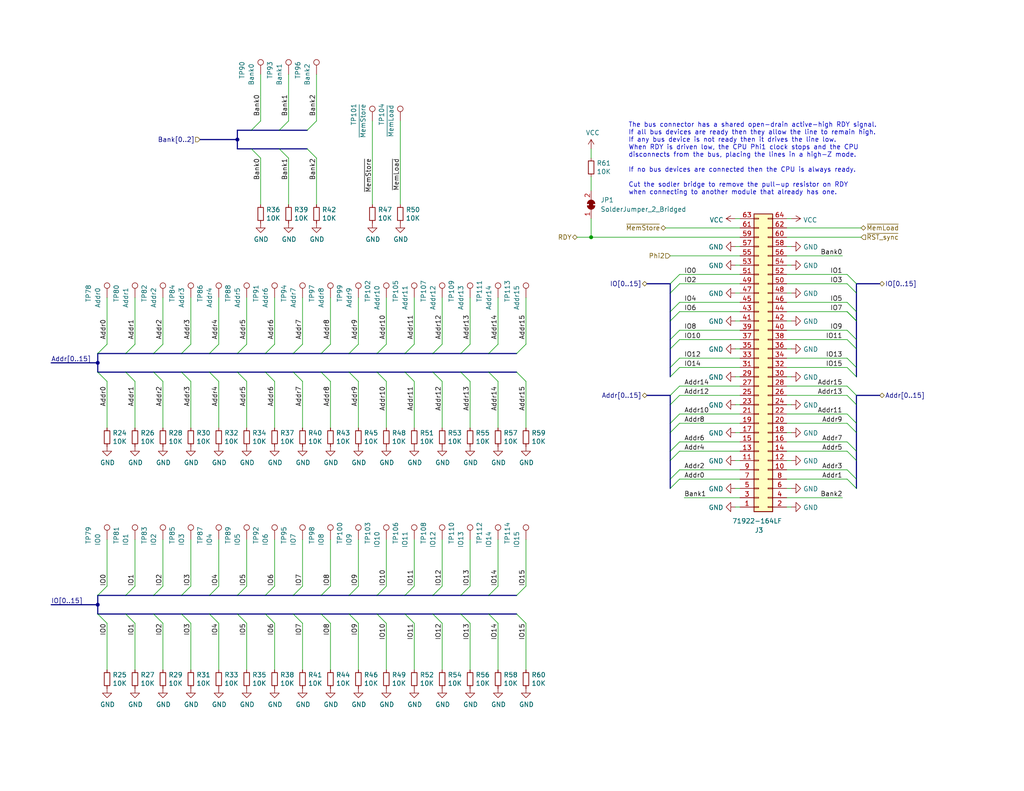
<source format=kicad_sch>
(kicad_sch (version 20230121) (generator eeschema)
  (paper "USLetter")
  (title_block (title "System Bus Connector") (date "2022-09-25") (rev "C") (comment 4 "Peripheral devices on separate boards connect to the system bus here."))
  (junction (at 161.29 64.77))
  (junction (at 26.67 165.1))
  (junction (at 64.77 38.1))
  (junction (at 26.67 99.06))
  (bus_entry (at 86.36 43.18) (size -2.54 -2.54))
  (bus_entry (at 128.27 160.02) (size -2.54 2.54))
  (bus_entry (at 59.69 160.02) (size -2.54 2.54))
  (bus_entry (at 135.89 170.18) (size -2.54 -2.54))
  (bus_entry (at 185.42 97.79) (size -2.54 2.54))
  (bus_entry (at 231.14 74.93) (size 2.54 2.54))
  (bus_entry (at 71.12 43.18) (size -2.54 -2.54))
  (bus_entry (at 233.68 125.73) (size -2.54 -2.54))
  (bus_entry (at 185.42 105.41) (size -2.54 2.54))
  (bus_entry (at 78.74 33.02) (size -2.54 2.54))
  (bus_entry (at 90.17 93.98) (size -2.54 2.54))
  (bus_entry (at 233.68 115.57) (size -2.54 -2.54))
  (bus_entry (at 185.42 77.47) (size -2.54 2.54))
  (bus_entry (at 185.42 128.27) (size -2.54 2.54))
  (bus_entry (at 82.55 104.14) (size -2.54 -2.54))
  (bus_entry (at 82.55 93.98) (size -2.54 2.54))
  (bus_entry (at 135.89 93.98) (size -2.54 2.54))
  (bus_entry (at 105.41 160.02) (size -2.54 2.54))
  (bus_entry (at 52.07 170.18) (size -2.54 -2.54))
  (bus_entry (at 36.83 104.14) (size -2.54 -2.54))
  (bus_entry (at 90.17 160.02) (size -2.54 2.54))
  (bus_entry (at 29.21 104.14) (size -2.54 -2.54))
  (bus_entry (at 233.68 118.11) (size -2.54 -2.54))
  (bus_entry (at 97.79 104.14) (size -2.54 -2.54))
  (bus_entry (at 78.74 43.18) (size -2.54 -2.54))
  (bus_entry (at 113.03 160.02) (size -2.54 2.54))
  (bus_entry (at 135.89 104.14) (size -2.54 -2.54))
  (bus_entry (at 97.79 170.18) (size -2.54 -2.54))
  (bus_entry (at 231.14 85.09) (size 2.54 2.54))
  (bus_entry (at 52.07 104.14) (size -2.54 -2.54))
  (bus_entry (at 67.31 160.02) (size -2.54 2.54))
  (bus_entry (at 44.45 104.14) (size -2.54 -2.54))
  (bus_entry (at 44.45 93.98) (size -2.54 2.54))
  (bus_entry (at 67.31 93.98) (size -2.54 2.54))
  (bus_entry (at 97.79 93.98) (size -2.54 2.54))
  (bus_entry (at 29.21 93.98) (size -2.54 2.54))
  (bus_entry (at 113.03 170.18) (size -2.54 -2.54))
  (bus_entry (at 44.45 160.02) (size -2.54 2.54))
  (bus_entry (at 185.42 82.55) (size -2.54 2.54))
  (bus_entry (at 128.27 104.14) (size -2.54 -2.54))
  (bus_entry (at 29.21 160.02) (size -2.54 2.54))
  (bus_entry (at 71.12 33.02) (size -2.54 2.54))
  (bus_entry (at 233.68 130.81) (size -2.54 -2.54))
  (bus_entry (at 231.14 85.09) (size 2.54 2.54))
  (bus_entry (at 233.68 110.49) (size -2.54 -2.54))
  (bus_entry (at 36.83 160.02) (size -2.54 2.54))
  (bus_entry (at 231.14 97.79) (size 2.54 2.54))
  (bus_entry (at 185.42 130.81) (size -2.54 2.54))
  (bus_entry (at 74.93 93.98) (size -2.54 2.54))
  (bus_entry (at 185.42 107.95) (size -2.54 2.54))
  (bus_entry (at 143.51 160.02) (size -2.54 2.54))
  (bus_entry (at 59.69 104.14) (size -2.54 -2.54))
  (bus_entry (at 185.42 100.33) (size -2.54 2.54))
  (bus_entry (at 231.14 82.55) (size 2.54 2.54))
  (bus_entry (at 52.07 93.98) (size -2.54 2.54))
  (bus_entry (at 143.51 93.98) (size -2.54 2.54))
  (bus_entry (at 120.65 160.02) (size -2.54 2.54))
  (bus_entry (at 231.14 90.17) (size 2.54 2.54))
  (bus_entry (at 185.42 113.03) (size -2.54 2.54))
  (bus_entry (at 185.42 92.71) (size -2.54 2.54))
  (bus_entry (at 59.69 93.98) (size -2.54 2.54))
  (bus_entry (at 97.79 160.02) (size -2.54 2.54))
  (bus_entry (at 143.51 170.18) (size -2.54 -2.54))
  (bus_entry (at 185.42 120.65) (size -2.54 2.54))
  (bus_entry (at 74.93 104.14) (size -2.54 -2.54))
  (bus_entry (at 90.17 170.18) (size -2.54 -2.54))
  (bus_entry (at 86.36 33.02) (size -2.54 2.54))
  (bus_entry (at 105.41 104.14) (size -2.54 -2.54))
  (bus_entry (at 233.68 133.35) (size -2.54 -2.54))
  (bus_entry (at 82.55 170.18) (size -2.54 -2.54))
  (bus_entry (at 82.55 160.02) (size -2.54 2.54))
  (bus_entry (at 67.31 104.14) (size -2.54 -2.54))
  (bus_entry (at 128.27 170.18) (size -2.54 -2.54))
  (bus_entry (at 59.69 170.18) (size -2.54 -2.54))
  (bus_entry (at 120.65 104.14) (size -2.54 -2.54))
  (bus_entry (at 231.14 100.33) (size 2.54 2.54))
  (bus_entry (at 44.45 170.18) (size -2.54 -2.54))
  (bus_entry (at 233.68 107.95) (size -2.54 -2.54))
  (bus_entry (at 105.41 170.18) (size -2.54 -2.54))
  (bus_entry (at 185.42 90.17) (size -2.54 2.54))
  (bus_entry (at 231.14 77.47) (size 2.54 2.54))
  (bus_entry (at 185.42 123.19) (size -2.54 2.54))
  (bus_entry (at 185.42 115.57) (size -2.54 2.54))
  (bus_entry (at 231.14 92.71) (size 2.54 2.54))
  (bus_entry (at 135.89 160.02) (size -2.54 2.54))
  (bus_entry (at 233.68 123.19) (size -2.54 -2.54))
  (bus_entry (at 52.07 160.02) (size -2.54 2.54))
  (bus_entry (at 67.31 170.18) (size -2.54 -2.54))
  (bus_entry (at 74.93 160.02) (size -2.54 2.54))
  (bus_entry (at 113.03 104.14) (size -2.54 -2.54))
  (bus_entry (at 128.27 93.98) (size -2.54 2.54))
  (bus_entry (at 36.83 170.18) (size -2.54 -2.54))
  (bus_entry (at 90.17 104.14) (size -2.54 -2.54))
  (bus_entry (at 29.21 170.18) (size -2.54 -2.54))
  (bus_entry (at 185.42 85.09) (size -2.54 2.54))
  (bus_entry (at 120.65 93.98) (size -2.54 2.54))
  (bus_entry (at 105.41 93.98) (size -2.54 2.54))
  (bus_entry (at 36.83 93.98) (size -2.54 2.54))
  (bus_entry (at 113.03 93.98) (size -2.54 2.54))
  (bus_entry (at 185.42 74.93) (size -2.54 2.54))
  (bus_entry (at 143.51 104.14) (size -2.54 -2.54))
  (bus_entry (at 120.65 170.18) (size -2.54 -2.54))
  (bus_entry (at 74.93 170.18) (size -2.54 -2.54))
  (bus (pts (xy 102.87 167.64) (xy 110.49 167.64)))
  (bus (pts (xy 57.15 162.56) (xy 64.77 162.56)))
  (bus (pts (xy 110.49 101.6) (xy 118.11 101.6)))
  (wire (pts (xy 185.42 113.03) (xy 201.93 113.03)))
  (bus (pts (xy 233.68 125.73) (xy 233.68 130.81)))
  (wire (pts (xy 215.9 95.25) (xy 214.63 95.25)))
  (bus (pts (xy 182.88 80.01) (xy 182.88 85.09)))
  (wire (pts (xy 214.63 100.33) (xy 231.14 100.33)))
  (wire (pts (xy 113.03 93.98) (xy 113.03 81.28)))
  (wire (pts (xy 214.63 97.79) (xy 231.14 97.79)))
  (bus (pts (xy 182.88 92.71) (xy 182.88 95.25)))
  (wire (pts (xy 231.14 120.65) (xy 214.63 120.65)))
  (bus (pts (xy 54.61 38.1) (xy 64.77 38.1)))
  (wire (pts (xy 59.69 104.14) (xy 59.69 116.84)))
  (bus (pts (xy 26.67 167.64) (xy 34.29 167.64)))
  (wire (pts (xy 186.69 135.89) (xy 201.93 135.89)))
  (bus (pts (xy 87.63 167.64) (xy 95.25 167.64)))
  (bus (pts (xy 133.35 96.52) (xy 140.97 96.52)))
  (bus (pts (xy 68.58 35.56) (xy 64.77 35.56)))
  (wire (pts (xy 97.79 160.02) (xy 97.79 147.32)))
  (bus (pts (xy 182.88 115.57) (xy 182.88 118.11)))
  (bus (pts (xy 233.68 107.95) (xy 233.68 110.49)))
  (bus (pts (xy 64.77 96.52) (xy 72.39 96.52)))
  (wire (pts (xy 71.12 43.18) (xy 71.12 55.88)))
  (bus (pts (xy 26.67 101.6) (xy 26.67 99.06)))
  (wire (pts (xy 135.89 160.02) (xy 135.89 147.32)))
  (bus (pts (xy 118.11 101.6) (xy 125.73 101.6)))
  (wire (pts (xy 101.6 33.02) (xy 101.6 55.88)))
  (wire (pts (xy 185.42 77.47) (xy 201.93 77.47)))
  (wire (pts (xy 161.29 48.26) (xy 161.29 52.07)))
  (wire (pts (xy 113.03 104.14) (xy 113.03 116.84)))
  (bus (pts (xy 233.68 130.81) (xy 233.68 133.35)))
  (bus (pts (xy 64.77 35.56) (xy 64.77 38.1)))
  (wire (pts (xy 90.17 160.02) (xy 90.17 147.32)))
  (wire (pts (xy 200.66 59.69) (xy 201.93 59.69)))
  (bus (pts (xy 233.68 118.11) (xy 233.68 123.19)))
  (wire (pts (xy 97.79 170.18) (xy 97.79 182.88)))
  (bus (pts (xy 80.01 96.52) (xy 87.63 96.52)))
  (wire (pts (xy 82.55 160.02) (xy 82.55 147.32)))
  (wire (pts (xy 161.29 40.64) (xy 161.29 43.18)))
  (bus (pts (xy 80.01 167.64) (xy 87.63 167.64)))
  (bus (pts (xy 182.88 130.81) (xy 182.88 133.35)))
  (wire (pts (xy 215.9 118.11) (xy 214.63 118.11)))
  (wire (pts (xy 90.17 93.98) (xy 90.17 81.28)))
  (wire (pts (xy 105.41 160.02) (xy 105.41 147.32)))
  (bus (pts (xy 64.77 38.1) (xy 64.77 40.64)))
  (bus (pts (xy 41.91 101.6) (xy 49.53 101.6)))
  (bus (pts (xy 41.91 96.52) (xy 49.53 96.52)))
  (bus (pts (xy 49.53 167.64) (xy 57.15 167.64)))
  (wire (pts (xy 185.42 115.57) (xy 201.93 115.57)))
  (bus (pts (xy 49.53 162.56) (xy 57.15 162.56)))
  (bus (pts (xy 240.03 107.95) (xy 233.68 107.95)))
  (wire (pts (xy 185.42 92.71) (xy 201.93 92.71)))
  (wire (pts (xy 128.27 160.02) (xy 128.27 147.32)))
  (wire (pts (xy 90.17 104.14) (xy 90.17 116.84)))
  (wire (pts (xy 200.66 125.73) (xy 201.93 125.73)))
  (bus (pts (xy 76.2 40.64) (xy 83.82 40.64)))
  (wire (pts (xy 200.66 110.49) (xy 201.93 110.49)))
  (wire (pts (xy 185.42 97.79) (xy 201.93 97.79)))
  (wire (pts (xy 185.42 82.55) (xy 201.93 82.55)))
  (bus (pts (xy 26.67 99.06) (xy 26.67 96.52)))
  (wire (pts (xy 185.42 74.93) (xy 201.93 74.93)))
  (bus (pts (xy 240.03 77.47) (xy 233.68 77.47)))
  (bus (pts (xy 182.88 87.63) (xy 182.88 92.71)))
  (wire (pts (xy 120.65 93.98) (xy 120.65 81.28)))
  (wire (pts (xy 29.21 160.02) (xy 29.21 147.32)))
  (bus (pts (xy 80.01 162.56) (xy 87.63 162.56)))
  (bus (pts (xy 233.68 92.71) (xy 233.68 95.25)))
  (wire (pts (xy 74.93 170.18) (xy 74.93 182.88)))
  (wire (pts (xy 29.21 170.18) (xy 29.21 182.88)))
  (bus (pts (xy 182.88 85.09) (xy 182.88 87.63)))
  (bus (pts (xy 182.88 125.73) (xy 182.88 130.81)))
  (bus (pts (xy 102.87 162.56) (xy 110.49 162.56)))
  (wire (pts (xy 97.79 104.14) (xy 97.79 116.84)))
  (wire (pts (xy 52.07 170.18) (xy 52.07 182.88)))
  (bus (pts (xy 176.53 107.95) (xy 182.88 107.95)))
  (bus (pts (xy 95.25 96.52) (xy 102.87 96.52)))
  (bus (pts (xy 57.15 96.52) (xy 64.77 96.52)))
  (bus (pts (xy 125.73 167.64) (xy 133.35 167.64)))
  (wire (pts (xy 44.45 160.02) (xy 44.45 147.32)))
  (wire (pts (xy 182.88 69.85) (xy 201.93 69.85)))
  (wire (pts (xy 128.27 104.14) (xy 128.27 116.84)))
  (wire (pts (xy 231.14 130.81) (xy 214.63 130.81)))
  (wire (pts (xy 201.93 120.65) (xy 185.42 120.65)))
  (wire (pts (xy 200.66 138.43) (xy 201.93 138.43)))
  (wire (pts (xy 200.66 118.11) (xy 201.93 118.11)))
  (wire (pts (xy 44.45 170.18) (xy 44.45 182.88)))
  (wire (pts (xy 200.66 80.01) (xy 201.93 80.01)))
  (bus (pts (xy 64.77 162.56) (xy 72.39 162.56)))
  (bus (pts (xy 233.68 95.25) (xy 233.68 100.33)))
  (wire (pts (xy 67.31 160.02) (xy 67.31 147.32)))
  (wire (pts (xy 214.63 113.03) (xy 231.14 113.03)))
  (wire (pts (xy 52.07 160.02) (xy 52.07 147.32)))
  (wire (pts (xy 82.55 170.18) (xy 82.55 182.88)))
  (bus (pts (xy 118.11 167.64) (xy 125.73 167.64)))
  (wire (pts (xy 157.48 64.77) (xy 161.29 64.77)))
  (bus (pts (xy 182.88 95.25) (xy 182.88 100.33)))
  (wire (pts (xy 143.51 160.02) (xy 143.51 147.32)))
  (bus (pts (xy 13.97 165.1) (xy 26.67 165.1)))
  (wire (pts (xy 215.9 102.87) (xy 214.63 102.87)))
  (bus (pts (xy 233.68 115.57) (xy 233.68 118.11)))
  (bus (pts (xy 57.15 167.64) (xy 64.77 167.64)))
  (wire (pts (xy 215.9 80.01) (xy 214.63 80.01)))
  (wire (pts (xy 214.63 123.19) (xy 231.14 123.19)))
  (wire (pts (xy 200.66 95.25) (xy 201.93 95.25)))
  (bus (pts (xy 26.67 96.52) (xy 34.29 96.52)))
  (bus (pts (xy 34.29 162.56) (xy 41.91 162.56)))
  (bus (pts (xy 233.68 110.49) (xy 233.68 115.57)))
  (bus (pts (xy 176.53 77.47) (xy 182.88 77.47)))
  (bus (pts (xy 125.73 96.52) (xy 133.35 96.52)))
  (wire (pts (xy 231.14 105.41) (xy 214.63 105.41)))
  (wire (pts (xy 113.03 170.18) (xy 113.03 182.88)))
  (wire (pts (xy 36.83 160.02) (xy 36.83 147.32)))
  (wire (pts (xy 185.42 105.41) (xy 201.93 105.41)))
  (wire (pts (xy 214.63 85.09) (xy 231.14 85.09)))
  (wire (pts (xy 200.66 133.35) (xy 201.93 133.35)))
  (bus (pts (xy 26.67 101.6) (xy 34.29 101.6)))
  (wire (pts (xy 231.14 128.27) (xy 214.63 128.27)))
  (bus (pts (xy 95.25 167.64) (xy 102.87 167.64)))
  (wire (pts (xy 214.63 90.17) (xy 231.14 90.17)))
  (wire (pts (xy 120.65 170.18) (xy 120.65 182.88)))
  (bus (pts (xy 182.88 107.95) (xy 182.88 110.49)))
  (bus (pts (xy 76.2 35.56) (xy 68.58 35.56)))
  (wire (pts (xy 231.14 107.95) (xy 214.63 107.95)))
  (wire (pts (xy 59.69 170.18) (xy 59.69 182.88)))
  (wire (pts (xy 185.42 90.17) (xy 201.93 90.17)))
  (wire (pts (xy 67.31 170.18) (xy 67.31 182.88)))
  (bus (pts (xy 72.39 96.52) (xy 80.01 96.52)))
  (bus (pts (xy 110.49 162.56) (xy 118.11 162.56)))
  (bus (pts (xy 110.49 167.64) (xy 118.11 167.64)))
  (wire (pts (xy 78.74 43.18) (xy 78.74 55.88)))
  (wire (pts (xy 214.63 59.69) (xy 215.9 59.69)))
  (bus (pts (xy 87.63 96.52) (xy 95.25 96.52)))
  (wire (pts (xy 231.14 74.93) (xy 214.63 74.93)))
  (wire (pts (xy 105.41 104.14) (xy 105.41 116.84)))
  (wire (pts (xy 82.55 104.14) (xy 82.55 116.84)))
  (wire (pts (xy 74.93 104.14) (xy 74.93 116.84)))
  (wire (pts (xy 200.66 67.31) (xy 201.93 67.31)))
  (wire (pts (xy 185.42 128.27) (xy 201.93 128.27)))
  (bus (pts (xy 49.53 96.52) (xy 57.15 96.52)))
  (bus (pts (xy 13.97 99.06) (xy 26.67 99.06)))
  (wire (pts (xy 181.61 62.23) (xy 201.93 62.23)))
  (bus (pts (xy 83.82 35.56) (xy 76.2 35.56)))
  (wire (pts (xy 215.9 67.31) (xy 214.63 67.31)))
  (bus (pts (xy 233.68 100.33) (xy 233.68 102.87)))
  (wire (pts (xy 36.83 170.18) (xy 36.83 182.88)))
  (wire (pts (xy 214.63 92.71) (xy 231.14 92.71)))
  (bus (pts (xy 34.29 167.64) (xy 41.91 167.64)))
  (wire (pts (xy 135.89 104.14) (xy 135.89 116.84)))
  (wire (pts (xy 143.51 104.14) (xy 143.51 116.84)))
  (bus (pts (xy 72.39 162.56) (xy 80.01 162.56)))
  (wire (pts (xy 200.66 87.63) (xy 201.93 87.63)))
  (wire (pts (xy 215.9 87.63) (xy 214.63 87.63)))
  (wire (pts (xy 59.69 160.02) (xy 59.69 147.32)))
  (bus (pts (xy 26.67 167.64) (xy 26.67 165.1)))
  (bus (pts (xy 118.11 96.52) (xy 125.73 96.52)))
  (wire (pts (xy 201.93 130.81) (xy 185.42 130.81)))
  (bus (pts (xy 233.68 77.47) (xy 233.68 80.01)))
  (wire (pts (xy 82.55 93.98) (xy 82.55 81.28)))
  (bus (pts (xy 118.11 162.56) (xy 125.73 162.56)))
  (bus (pts (xy 182.88 100.33) (xy 182.88 102.87)))
  (wire (pts (xy 71.12 33.02) (xy 71.12 20.32)))
  (bus (pts (xy 133.35 167.64) (xy 140.97 167.64)))
  (wire (pts (xy 36.83 104.14) (xy 36.83 116.84)))
  (bus (pts (xy 34.29 101.6) (xy 41.91 101.6)))
  (wire (pts (xy 97.79 93.98) (xy 97.79 81.28)))
  (wire (pts (xy 143.51 93.98) (xy 143.51 81.28)))
  (bus (pts (xy 72.39 101.6) (xy 80.01 101.6)))
  (wire (pts (xy 128.27 170.18) (xy 128.27 182.88)))
  (wire (pts (xy 128.27 93.98) (xy 128.27 81.28)))
  (bus (pts (xy 34.29 96.52) (xy 41.91 96.52)))
  (wire (pts (xy 214.63 64.77) (xy 234.95 64.77)))
  (bus (pts (xy 102.87 96.52) (xy 110.49 96.52)))
  (wire (pts (xy 113.03 160.02) (xy 113.03 147.32)))
  (bus (pts (xy 64.77 101.6) (xy 72.39 101.6)))
  (bus (pts (xy 182.88 110.49) (xy 182.88 115.57)))
  (bus (pts (xy 87.63 101.6) (xy 95.25 101.6)))
  (bus (pts (xy 133.35 162.56) (xy 140.97 162.56)))
  (wire (pts (xy 67.31 104.14) (xy 67.31 116.84)))
  (wire (pts (xy 120.65 160.02) (xy 120.65 147.32)))
  (wire (pts (xy 234.95 62.23) (xy 214.63 62.23)))
  (bus (pts (xy 125.73 101.6) (xy 133.35 101.6)))
  (wire (pts (xy 44.45 93.98) (xy 44.45 81.28)))
  (wire (pts (xy 215.9 125.73) (xy 214.63 125.73)))
  (bus (pts (xy 110.49 96.52) (xy 118.11 96.52)))
  (wire (pts (xy 200.66 102.87) (xy 201.93 102.87)))
  (wire (pts (xy 185.42 123.19) (xy 201.93 123.19)))
  (bus (pts (xy 41.91 167.64) (xy 49.53 167.64)))
  (wire (pts (xy 201.93 107.95) (xy 185.42 107.95)))
  (bus (pts (xy 233.68 87.63) (xy 233.68 92.71)))
  (bus (pts (xy 49.53 101.6) (xy 57.15 101.6)))
  (bus (pts (xy 72.39 167.64) (xy 80.01 167.64)))
  (bus (pts (xy 57.15 101.6) (xy 64.77 101.6)))
  (wire (pts (xy 74.93 93.98) (xy 74.93 81.28)))
  (bus (pts (xy 233.68 85.09) (xy 233.68 87.63)))
  (bus (pts (xy 233.68 80.01) (xy 233.68 85.09)))
  (bus (pts (xy 26.67 165.1) (xy 26.67 162.56)))
  (wire (pts (xy 86.36 43.18) (xy 86.36 55.88)))
  (wire (pts (xy 231.14 115.57) (xy 214.63 115.57)))
  (bus (pts (xy 102.87 101.6) (xy 110.49 101.6)))
  (bus (pts (xy 64.77 167.64) (xy 72.39 167.64)))
  (wire (pts (xy 135.89 170.18) (xy 135.89 182.88)))
  (bus (pts (xy 133.35 101.6) (xy 140.97 101.6)))
  (bus (pts (xy 80.01 101.6) (xy 87.63 101.6)))
  (wire (pts (xy 143.51 170.18) (xy 143.51 182.88)))
  (bus (pts (xy 95.25 101.6) (xy 102.87 101.6)))
  (wire (pts (xy 36.83 93.98) (xy 36.83 81.28)))
  (wire (pts (xy 215.9 72.39) (xy 214.63 72.39)))
  (wire (pts (xy 185.42 100.33) (xy 201.93 100.33)))
  (wire (pts (xy 214.63 82.55) (xy 231.14 82.55)))
  (wire (pts (xy 215.9 138.43) (xy 214.63 138.43)))
  (wire (pts (xy 44.45 104.14) (xy 44.45 116.84)))
  (bus (pts (xy 41.91 162.56) (xy 49.53 162.56)))
  (wire (pts (xy 109.22 33.02) (xy 109.22 55.88)))
  (wire (pts (xy 231.14 77.47) (xy 214.63 77.47)))
  (wire (pts (xy 105.41 93.98) (xy 105.41 81.28)))
  (wire (pts (xy 120.65 104.14) (xy 120.65 116.84)))
  (wire (pts (xy 135.89 93.98) (xy 135.89 81.28)))
  (wire (pts (xy 67.31 93.98) (xy 67.31 81.28)))
  (bus (pts (xy 26.67 162.56) (xy 34.29 162.56)))
  (wire (pts (xy 29.21 93.98) (xy 29.21 81.28)))
  (wire (pts (xy 52.07 93.98) (xy 52.07 81.28)))
  (wire (pts (xy 105.41 170.18) (xy 105.41 182.88)))
  (bus (pts (xy 182.88 118.11) (xy 182.88 123.19)))
  (wire (pts (xy 86.36 33.02) (xy 86.36 20.32)))
  (wire (pts (xy 185.42 85.09) (xy 201.93 85.09)))
  (wire (pts (xy 161.29 64.77) (xy 201.93 64.77)))
  (wire (pts (xy 90.17 170.18) (xy 90.17 182.88)))
  (bus (pts (xy 95.25 162.56) (xy 102.87 162.56)))
  (bus (pts (xy 87.63 162.56) (xy 95.25 162.56)))
  (bus (pts (xy 68.58 40.64) (xy 76.2 40.64)))
  (wire (pts (xy 161.29 59.69) (xy 161.29 64.77)))
  (bus (pts (xy 125.73 162.56) (xy 133.35 162.56)))
  (wire (pts (xy 52.07 104.14) (xy 52.07 116.84)))
  (wire (pts (xy 215.9 133.35) (xy 214.63 133.35)))
  (wire (pts (xy 29.21 104.14) (xy 29.21 116.84)))
  (wire (pts (xy 215.9 110.49) (xy 214.63 110.49)))
  (wire (pts (xy 78.74 33.02) (xy 78.74 20.32)))
  (wire (pts (xy 229.87 135.89) (xy 214.63 135.89)))
  (wire (pts (xy 59.69 93.98) (xy 59.69 81.28)))
  (bus (pts (xy 182.88 77.47) (xy 182.88 80.01)))
  (bus (pts (xy 182.88 123.19) (xy 182.88 125.73)))
  (bus (pts (xy 233.68 123.19) (xy 233.68 125.73)))
  (wire (pts (xy 200.66 72.39) (xy 201.93 72.39)))
  (wire (pts (xy 74.93 160.02) (xy 74.93 147.32)))
  (bus (pts (xy 64.77 40.64) (xy 68.58 40.64)))
  (wire (pts (xy 229.87 69.85) (xy 214.63 69.85)))
  (text "The bus connector has a shared open-drain active-high RDY signal.\nIf all bus devices are ready then they allow the line to remain high.\nIf any bus device is not ready then it drives the line low.\nWhen RDY is driven low, the CPU Phi1 clock stops and the CPU\ndisconnects from the bus, placing the lines in a high-Z mode.\n\nIf no bus devices are connected then the CPU is always ready.\n\nCut the sodler bridge to remove the pull-up resistor on RDY\nwhen connecting to another module that already has one." (at 171.45 53.34 0) (effects (font (size 1.27 1.27)) (justify left bottom)))
  (label "Addr8" (at 90.17 92.71 90))
  (label "Addr0" (at 29.21 105.41 270))
  (label "Bank0" (at 229.87 69.85 180))
  (label "IO5" (at 67.31 170.18 270))
  (label "Addr10" (at 105.41 105.41 270))
  (label "Addr13" (at 128.27 92.71 90))
  (label "IO11" (at 113.03 160.02 90))
  (label "Bank1" (at 186.69 135.89 0))
  (label "IO0" (at 29.21 170.18 270))
  (label "Addr13" (at 229.87 107.95 180))
  (label "Addr15" (at 143.51 92.71 90))
  (label "IO9" (at 97.79 170.18 270))
  (label "Addr15" (at 143.51 105.41 270))
  (label "Bank0" (at 71.12 43.18 270))
  (label "Bank2" (at 86.36 31.75 90))
  (label "Addr2" (at 44.45 105.41 270))
  (label "Addr5" (at 67.31 105.41 270))
  (label "IO1" (at 36.83 160.02 90))
  (label "Addr13" (at 128.27 105.41 270))
  (label "Addr7" (at 82.55 92.71 90))
  (label "Addr3" (at 52.07 92.71 90))
  (label "Addr10" (at 105.41 92.71 90))
  (label "Addr11" (at 113.03 105.41 270))
  (label "Addr6" (at 74.93 92.71 90))
  (label "IO8" (at 90.17 170.18 270))
  (label "Addr4" (at 186.69 123.19 0))
  (label "IO10" (at 186.69 92.71 0))
  (label "IO6" (at 186.69 85.09 0))
  (label "IO15" (at 143.51 170.18 270))
  (label "IO6" (at 74.93 170.18 270))
  (label "Addr4" (at 59.69 105.41 270))
  (label "Bank2" (at 229.87 135.89 180))
  (label "IO7" (at 82.55 160.02 90))
  (label "Addr14" (at 135.89 105.41 270))
  (label "Addr8" (at 186.69 115.57 0))
  (label "Addr7" (at 229.87 120.65 180))
  (label "IO7" (at 229.87 85.09 180))
  (label "Addr3" (at 52.07 105.41 270))
  (label "Addr7" (at 82.55 105.41 270))
  (label "Addr1" (at 229.87 130.81 180))
  (label "Addr6" (at 74.93 105.41 270))
  (label "IO7" (at 82.55 170.18 270))
  (label "Addr5" (at 229.87 123.19 180))
  (label "IO1" (at 36.83 170.18 270))
  (label "IO0" (at 186.69 74.93 0))
  (label "IO0" (at 29.21 160.02 90))
  (label "Addr15" (at 229.87 105.41 180))
  (label "~{MemStore}" (at 101.6 43.18 270))
  (label "Addr14" (at 186.69 105.41 0))
  (label "Addr9" (at 229.87 115.57 180))
  (label "IO13" (at 128.27 170.18 270))
  (label "IO11" (at 113.03 170.18 270))
  (label "IO5" (at 229.87 82.55 180))
  (label "Addr9" (at 97.79 105.41 270))
  (label "Addr5" (at 67.31 92.71 90))
  (label "IO6" (at 74.93 160.02 90))
  (label "IO9" (at 97.79 160.02 90))
  (label "IO4" (at 59.69 160.02 90))
  (label "IO15" (at 229.87 100.33 180))
  (label "Addr12" (at 186.69 107.95 0))
  (label "IO12" (at 120.65 160.02 90))
  (label "Addr0" (at 186.69 130.81 0))
  (label "IO2" (at 186.69 77.47 0))
  (label "IO9" (at 229.87 90.17 180))
  (label "IO14" (at 135.89 160.02 90))
  (label "IO11" (at 229.87 92.71 180))
  (label "Bank1" (at 78.74 43.18 270))
  (label "Addr2" (at 44.45 92.71 90))
  (label "IO2" (at 44.45 160.02 90))
  (label "IO10" (at 105.41 170.18 270))
  (label "Addr8" (at 90.17 105.41 270))
  (label "Addr6" (at 186.69 120.65 0))
  (label "IO3" (at 52.07 160.02 90))
  (label "Addr12" (at 120.65 92.71 90))
  (label "IO13" (at 229.87 97.79 180))
  (label "Addr4" (at 59.69 92.71 90))
  (label "Addr11" (at 113.03 92.71 90))
  (label "IO10" (at 105.41 160.02 90))
  (label "IO4" (at 186.69 82.55 0))
  (label "IO3" (at 229.87 77.47 180))
  (label "IO8" (at 186.69 90.17 0))
  (label "Addr14" (at 135.89 92.71 90))
  (label "~{MemLoad}" (at 109.22 43.18 270))
  (label "IO14" (at 186.69 100.33 0))
  (label "Bank2" (at 86.36 43.18 270))
  (label "Addr12" (at 120.65 105.41 270))
  (label "Addr[0..15]" (at 13.97 99.06 0))
  (label "IO15" (at 143.51 160.02 90))
  (label "Addr0" (at 29.21 92.71 90))
  (label "IO4" (at 59.69 170.18 270))
  (label "Addr10" (at 186.69 113.03 0))
  (label "IO2" (at 44.45 170.18 270))
  (label "IO8" (at 90.17 160.02 90))
  (label "Bank0" (at 71.12 31.75 90))
  (label "IO14" (at 135.89 170.18 270))
  (label "Addr3" (at 229.87 128.27 180))
  (label "IO12" (at 120.65 170.18 270))
  (label "IO5" (at 67.31 160.02 90))
  (label "IO[0..15]" (at 13.97 165.1 0))
  (label "Addr1" (at 36.83 92.71 90))
  (label "IO3" (at 52.07 170.18 270))
  (label "IO12" (at 186.69 97.79 0))
  (label "Bank1" (at 78.74 31.75 90))
  (label "Addr2" (at 186.69 128.27 0))
  (label "Addr1" (at 36.83 105.41 270))
  (label "Addr11" (at 229.87 113.03 180))
  (label "Addr9" (at 97.79 92.71 90))
  (label "IO1" (at 229.87 74.93 180))
  (label "IO13" (at 128.27 160.02 90))
  (hierarchical_label "~{MemStore}" (shape tri_state) (at 181.61 62.23 180))
  (hierarchical_label "Bank[0..2]" (shape input) (at 54.61 38.1 180))
  (hierarchical_label "~{RST_sync}" (shape input) (at 234.95 64.77 0))
  (hierarchical_label "RDY" (shape bidirectional) (at 157.48 64.77 180))
  (hierarchical_label "IO[0..15]" (shape tri_state) (at 240.03 77.47 0))
  (hierarchical_label "Addr[0..15]" (shape tri_state) (at 176.53 107.95 180))
  (hierarchical_label "~{MemLoad}" (shape tri_state) (at 234.95 62.23 0))
  (hierarchical_label "IO[0..15]" (shape tri_state) (at 176.53 77.47 180))
  (hierarchical_label "Addr[0..15]" (shape tri_state) (at 240.03 107.95 0))
  (hierarchical_label "Phi2" (shape input) (at 182.88 69.85 180))
  (symbol (lib_id "Connector_Generic:Conn_02x32_Odd_Even") (at 207.01 100.33 0) (mirror x) (unit 1)
    (property "Reference" "J3" (at 208.28 144.78 0) (effects (justify right)))
    (property "Value" "71922-164LF" (at 213.36 142.24 0) (effects (justify right)))
    (property "Footprint" "Connector_IDC:IDC-Header_2x32_P2.54mm_Horizontal" (effects hide))
    (property "Mouser" "https://www.mouser.com/ProductDetail/Amphenol-FCI/71922-164LF?qs=sGAEpiMZZMtXHE36kCvv3%2FocQ30y1qC0" (effects hide))
  )
  (symbol (lib_id "power:GND") (at 215.9 133.35 90) (mirror x) (unit 1)
    (property "Reference" "#PWR0445" (effects hide))
    (property "Value" "GND" (at 219.1512 133.477 90) (effects (justify right)))
  )
  (symbol (lib_id "power:GND") (at 200.66 67.31 270) (unit 1)
    (property "Reference" "#PWR0424" (effects hide))
    (property "Value" "GND" (at 197.4088 67.437 90) (effects (justify right)))
  )
  (symbol (lib_id "power:VCC") (at 161.29 40.64 0) (unit 1)
    (property "Reference" "#PWR0422" (effects hide))
    (property "Value" "VCC" (at 161.7218 36.2458 0))
  )
  (symbol (lib_id "Device:R_Small") (at 161.29 45.72 0) (unit 1)
    (property "Reference" "R61" (at 162.7886 44.5516 0) (effects (justify left)))
    (property "Value" "10K" (at 162.7886 46.863 0) (effects (justify left)))
    (property "Footprint" "Resistor_SMD:R_0603_1608Metric_Pad0.98x0.95mm_HandSolder" (effects hide))
    (property "Mouser" "https://www.mouser.com/ProductDetail/652-CR0603FX-1002ELF" (effects hide))
  )
  (symbol (lib_id "power:GND") (at 215.9 80.01 90) (mirror x) (unit 1)
    (property "Reference" "#PWR0438" (effects hide))
    (property "Value" "GND" (at 219.1512 80.137 90) (effects (justify right)))
  )
  (symbol (lib_id "power:GND") (at 200.66 80.01 270) (unit 1)
    (property "Reference" "#PWR0426" (effects hide))
    (property "Value" "GND" (at 197.4088 80.137 90) (effects (justify right)))
  )
  (symbol (lib_id "power:VCC") (at 215.9 59.69 270) (unit 1)
    (property "Reference" "#PWR0435" (effects hide))
    (property "Value" "VCC" (at 219.1512 60.071 90) (effects (justify left)))
  )
  (symbol (lib_id "power:VCC") (at 200.66 59.69 90) (mirror x) (unit 1)
    (property "Reference" "#PWR0423" (effects hide))
    (property "Value" "VCC" (at 197.4342 60.071 90) (effects (justify left)))
  )
  (symbol (lib_id "power:GND") (at 71.12 60.96 0) (unit 1)
    (property "Reference" "#PWR0397" (effects hide))
    (property "Value" "GND" (at 71.247 65.3542 0))
  )
  (symbol (lib_id "power:GND") (at 78.74 60.96 0) (unit 1)
    (property "Reference" "#PWR0400" (effects hide))
    (property "Value" "GND" (at 78.867 65.3542 0))
  )
  (symbol (lib_id "power:GND") (at 86.36 60.96 0) (unit 1)
    (property "Reference" "#PWR0403" (effects hide))
    (property "Value" "GND" (at 86.487 65.3542 0))
  )
  (symbol (lib_id "Device:R_Small") (at 71.12 58.42 0) (unit 1)
    (property "Reference" "R36" (at 72.6186 57.2516 0) (effects (justify left)))
    (property "Value" "10K" (at 72.6186 59.563 0) (effects (justify left)))
    (property "Footprint" "Resistor_SMD:R_0603_1608Metric_Pad0.98x0.95mm_HandSolder" (effects hide))
    (property "Mouser" "https://www.mouser.com/ProductDetail/652-CR0603FX-1002ELF" (effects hide))
  )
  (symbol (lib_id "Device:R_Small") (at 78.74 58.42 0) (unit 1)
    (property "Reference" "R39" (at 80.2386 57.2516 0) (effects (justify left)))
    (property "Value" "10K" (at 80.2386 59.563 0) (effects (justify left)))
    (property "Footprint" "Resistor_SMD:R_0603_1608Metric_Pad0.98x0.95mm_HandSolder" (effects hide))
    (property "Mouser" "https://www.mouser.com/ProductDetail/652-CR0603FX-1002ELF" (effects hide))
  )
  (symbol (lib_id "Device:R_Small") (at 86.36 58.42 0) (unit 1)
    (property "Reference" "R42" (at 87.8586 57.2516 0) (effects (justify left)))
    (property "Value" "10K" (at 87.8586 59.563 0) (effects (justify left)))
    (property "Footprint" "Resistor_SMD:R_0603_1608Metric_Pad0.98x0.95mm_HandSolder" (effects hide))
    (property "Mouser" "https://www.mouser.com/ProductDetail/652-CR0603FX-1002ELF" (effects hide))
  )
  (symbol (lib_id "power:GND") (at 200.66 118.11 270) (unit 1)
    (property "Reference" "#PWR0431" (effects hide))
    (property "Value" "GND" (at 197.4088 118.237 90) (effects (justify right)))
  )
  (symbol (lib_id "power:GND") (at 200.66 133.35 270) (unit 1)
    (property "Reference" "#PWR0433" (effects hide))
    (property "Value" "GND" (at 197.4088 133.477 90) (effects (justify right)))
  )
  (symbol (lib_id "power:GND") (at 200.66 110.49 270) (unit 1)
    (property "Reference" "#PWR0430" (effects hide))
    (property "Value" "GND" (at 197.4088 110.617 90) (effects (justify right)))
  )
  (symbol (lib_id "power:GND") (at 215.9 87.63 90) (mirror x) (unit 1)
    (property "Reference" "#PWR0439" (effects hide))
    (property "Value" "GND" (at 219.1512 87.757 90) (effects (justify right)))
  )
  (symbol (lib_id "power:GND") (at 200.66 87.63 270) (unit 1)
    (property "Reference" "#PWR0427" (effects hide))
    (property "Value" "GND" (at 197.4088 87.757 90) (effects (justify right)))
  )
  (symbol (lib_id "power:GND") (at 200.66 125.73 270) (unit 1)
    (property "Reference" "#PWR0432" (effects hide))
    (property "Value" "GND" (at 197.4088 125.857 90) (effects (justify right)))
  )
  (symbol (lib_id "power:GND") (at 215.9 67.31 90) (mirror x) (unit 1)
    (property "Reference" "#PWR0436" (effects hide))
    (property "Value" "GND" (at 219.1512 67.437 90) (effects (justify right)))
  )
  (symbol (lib_id "power:GND") (at 215.9 110.49 90) (mirror x) (unit 1)
    (property "Reference" "#PWR0442" (effects hide))
    (property "Value" "GND" (at 219.1512 110.617 90) (effects (justify right)))
  )
  (symbol (lib_id "power:GND") (at 215.9 118.11 90) (mirror x) (unit 1)
    (property "Reference" "#PWR0443" (effects hide))
    (property "Value" "GND" (at 219.1512 118.237 90) (effects (justify right)))
  )
  (symbol (lib_id "power:GND") (at 215.9 125.73 90) (mirror x) (unit 1)
    (property "Reference" "#PWR0444" (effects hide))
    (property "Value" "GND" (at 219.1512 125.857 90) (effects (justify right)))
  )
  (symbol (lib_id "power:GND") (at 200.66 72.39 270) (unit 1)
    (property "Reference" "#PWR0425" (effects hide))
    (property "Value" "GND" (at 197.4088 72.517 90) (effects (justify right)))
  )
  (symbol (lib_id "power:GND") (at 215.9 72.39 90) (mirror x) (unit 1)
    (property "Reference" "#PWR0437" (effects hide))
    (property "Value" "GND" (at 219.1512 72.517 90) (effects (justify right)))
  )
  (symbol (lib_id "power:GND") (at 200.66 95.25 270) (unit 1)
    (property "Reference" "#PWR0428" (effects hide))
    (property "Value" "GND" (at 197.4088 95.377 90) (effects (justify right)))
  )
  (symbol (lib_id "power:GND") (at 200.66 102.87 270) (unit 1)
    (property "Reference" "#PWR0429" (effects hide))
    (property "Value" "GND" (at 197.4088 102.997 90) (effects (justify right)))
  )
  (symbol (lib_id "power:GND") (at 215.9 95.25 90) (mirror x) (unit 1)
    (property "Reference" "#PWR0440" (effects hide))
    (property "Value" "GND" (at 219.1512 95.377 90) (effects (justify right)))
  )
  (symbol (lib_id "power:GND") (at 215.9 102.87 90) (mirror x) (unit 1)
    (property "Reference" "#PWR0441" (effects hide))
    (property "Value" "GND" (at 219.1512 102.997 90) (effects (justify right)))
  )
  (symbol (lib_id "power:GND") (at 215.9 138.43 90) (mirror x) (unit 1)
    (property "Reference" "#PWR0446" (effects hide))
    (property "Value" "GND" (at 219.1512 138.557 90) (effects (justify right)))
  )
  (symbol (lib_id "power:GND") (at 200.66 138.43 270) (unit 1)
    (property "Reference" "#PWR0434" (effects hide))
    (property "Value" "GND" (at 197.4088 138.557 90) (effects (justify right)))
  )
  (symbol (lib_id "power:GND") (at 36.83 187.96 0) (unit 1)
    (property "Reference" "#PWR0388" (effects hide))
    (property "Value" "GND" (at 36.957 192.3542 0))
  )
  (symbol (lib_id "Device:R_Small") (at 44.45 119.38 0) (unit 1)
    (property "Reference" "R28" (at 45.9486 118.2116 0) (effects (justify left)))
    (property "Value" "10K" (at 45.9486 120.523 0) (effects (justify left)))
    (property "Footprint" "Resistor_SMD:R_0603_1608Metric_Pad0.98x0.95mm_HandSolder" (effects hide))
    (property "Mouser" "https://www.mouser.com/ProductDetail/652-CR0603FX-1002ELF" (effects hide))
  )
  (symbol (lib_id "Connector:TestPoint") (at 135.89 81.28 0) (unit 1)
    (property "Reference" "TP111" (at 130.81 82.55 90) (effects (justify left)))
    (property "Value" "Addr14" (at 133.35 81.28 90))
    (property "Footprint" "TestPoint:TestPoint_Pad_D1.0mm" (effects hide))
  )
  (symbol (lib_id "Device:R_Small") (at 113.03 185.42 0) (unit 1)
    (property "Reference" "R52" (at 114.5286 184.2516 0) (effects (justify left)))
    (property "Value" "10K" (at 114.5286 186.563 0) (effects (justify left)))
    (property "Footprint" "Resistor_SMD:R_0603_1608Metric_Pad0.98x0.95mm_HandSolder" (effects hide))
    (property "Mouser" "https://www.mouser.com/ProductDetail/652-CR0603FX-1002ELF" (effects hide))
  )
  (symbol (lib_id "power:GND") (at 97.79 187.96 0) (unit 1)
    (property "Reference" "#PWR0407" (effects hide))
    (property "Value" "GND" (at 97.917 192.3542 0))
  )
  (symbol (lib_id "power:GND") (at 101.6 60.96 0) (unit 1)
    (property "Reference" "#PWR0408" (effects hide))
    (property "Value" "GND" (at 101.727 65.3542 0))
  )
  (symbol (lib_id "Connector:TestPoint") (at 74.93 147.32 0) (unit 1)
    (property "Reference" "TP92" (at 69.85 148.59 90) (effects (justify left)))
    (property "Value" "IO6" (at 72.39 147.32 90))
    (property "Footprint" "TestPoint:TestPoint_Pad_D1.0mm" (effects hide))
  )
  (symbol (lib_id "Connector:TestPoint") (at 52.07 147.32 0) (unit 1)
    (property "Reference" "TP85" (at 46.99 148.59 90) (effects (justify left)))
    (property "Value" "IO3" (at 49.53 147.32 90))
    (property "Footprint" "TestPoint:TestPoint_Pad_D1.0mm" (effects hide))
  )
  (symbol (lib_id "power:GND") (at 120.65 187.96 0) (unit 1)
    (property "Reference" "#PWR0415" (effects hide))
    (property "Value" "GND" (at 120.777 192.3542 0))
  )
  (symbol (lib_id "Device:R_Small") (at 59.69 185.42 0) (unit 1)
    (property "Reference" "R33" (at 61.1886 184.2516 0) (effects (justify left)))
    (property "Value" "10K" (at 61.1886 186.563 0) (effects (justify left)))
    (property "Footprint" "Resistor_SMD:R_0603_1608Metric_Pad0.98x0.95mm_HandSolder" (effects hide))
    (property "Mouser" "https://www.mouser.com/ProductDetail/652-CR0603FX-1002ELF" (effects hide))
  )
  (symbol (lib_id "Connector:TestPoint") (at 128.27 81.28 0) (unit 1)
    (property "Reference" "TP109" (at 123.19 82.55 90) (effects (justify left)))
    (property "Value" "Addr13" (at 125.73 81.28 90))
    (property "Footprint" "TestPoint:TestPoint_Pad_D1.0mm" (effects hide))
  )
  (symbol (lib_id "Connector:TestPoint") (at 113.03 147.32 0) (unit 1)
    (property "Reference" "TP106" (at 107.95 148.59 90) (effects (justify left)))
    (property "Value" "IO11" (at 110.49 147.32 90))
    (property "Footprint" "TestPoint:TestPoint_Pad_D1.0mm" (effects hide))
  )
  (symbol (lib_id "Connector:TestPoint") (at 101.6 33.02 0) (unit 1)
    (property "Reference" "TP101" (at 96.52 34.29 90) (effects (justify left)))
    (property "Value" "~{MemStore}" (at 99.06 33.02 90))
    (property "Footprint" "TestPoint:TestPoint_Pad_D1.0mm" (effects hide))
  )
  (symbol (lib_id "power:GND") (at 105.41 121.92 0) (unit 1)
    (property "Reference" "#PWR0409" (effects hide))
    (property "Value" "GND" (at 105.537 126.3142 0))
  )
  (symbol (lib_id "power:GND") (at 82.55 187.96 0) (unit 1)
    (property "Reference" "#PWR0402" (effects hide))
    (property "Value" "GND" (at 82.677 192.3542 0))
  )
  (symbol (lib_id "power:GND") (at 29.21 187.96 0) (unit 1)
    (property "Reference" "#PWR0386" (effects hide))
    (property "Value" "GND" (at 29.337 192.3542 0))
  )
  (symbol (lib_id "Connector:TestPoint") (at 97.79 81.28 0) (unit 1)
    (property "Reference" "TP99" (at 92.71 82.55 90) (effects (justify left)))
    (property "Value" "Addr9" (at 95.25 81.28 90))
    (property "Footprint" "TestPoint:TestPoint_Pad_D1.0mm" (effects hide))
  )
  (symbol (lib_id "power:GND") (at 67.31 121.92 0) (unit 1)
    (property "Reference" "#PWR0395" (effects hide))
    (property "Value" "GND" (at 67.437 126.3142 0))
  )
  (symbol (lib_id "Connector:TestPoint") (at 78.74 20.32 0) (unit 1)
    (property "Reference" "TP93" (at 73.66 21.59 90) (effects (justify left)))
    (property "Value" "Bank1" (at 76.2 20.32 90))
    (property "Footprint" "TestPoint:TestPoint_Pad_D1.0mm" (effects hide))
  )
  (symbol (lib_id "Connector:TestPoint") (at 120.65 147.32 0) (unit 1)
    (property "Reference" "TP108" (at 115.57 148.59 90) (effects (justify left)))
    (property "Value" "IO12" (at 118.11 147.32 90))
    (property "Footprint" "TestPoint:TestPoint_Pad_D1.0mm" (effects hide))
  )
  (symbol (lib_id "Connector:TestPoint") (at 59.69 81.28 0) (unit 1)
    (property "Reference" "TP86" (at 54.61 82.55 90) (effects (justify left)))
    (property "Value" "Addr4" (at 57.15 81.28 90))
    (property "Footprint" "TestPoint:TestPoint_Pad_D1.0mm" (effects hide))
  )
  (symbol (lib_id "power:GND") (at 44.45 121.92 0) (unit 1)
    (property "Reference" "#PWR0389" (effects hide))
    (property "Value" "GND" (at 44.577 126.3142 0))
  )
  (symbol (lib_id "Device:R_Small") (at 105.41 119.38 0) (unit 1)
    (property "Reference" "R48" (at 106.9086 118.2116 0) (effects (justify left)))
    (property "Value" "10K" (at 106.9086 120.523 0) (effects (justify left)))
    (property "Footprint" "Resistor_SMD:R_0603_1608Metric_Pad0.98x0.95mm_HandSolder" (effects hide))
    (property "Mouser" "https://www.mouser.com/ProductDetail/652-CR0603FX-1002ELF" (effects hide))
  )
  (symbol (lib_id "power:GND") (at 113.03 121.92 0) (unit 1)
    (property "Reference" "#PWR0412" (effects hide))
    (property "Value" "GND" (at 113.157 126.3142 0))
  )
  (symbol (lib_id "Connector:TestPoint") (at 90.17 81.28 0) (unit 1)
    (property "Reference" "TP97" (at 85.09 82.55 90) (effects (justify left)))
    (property "Value" "Addr8" (at 87.63 81.28 90))
    (property "Footprint" "TestPoint:TestPoint_Pad_D1.0mm" (effects hide))
  )
  (symbol (lib_id "Jumper:SolderJumper_2_Bridged") (at 161.29 55.88 90) (unit 1)
    (property "Reference" "JP1" (at 163.83 54.6099 90) (effects (justify right)))
    (property "Value" "SolderJumper_2_Bridged" (at 163.83 57.1499 90) (effects (justify right)))
    (property "Footprint" "Jumper:SolderJumper-2_P1.3mm_Bridged_RoundedPad1.0x1.5mm" (effects hide))
  )
  (symbol (lib_id "Device:R_Small") (at 44.45 185.42 0) (unit 1)
    (property "Reference" "R29" (at 45.9486 184.2516 0) (effects (justify left)))
    (property "Value" "10K" (at 45.9486 186.563 0) (effects (justify left)))
    (property "Footprint" "Resistor_SMD:R_0603_1608Metric_Pad0.98x0.95mm_HandSolder" (effects hide))
    (property "Mouser" "https://www.mouser.com/ProductDetail/652-CR0603FX-1002ELF" (effects hide))
  )
  (symbol (lib_id "Device:R_Small") (at 128.27 185.42 0) (unit 1)
    (property "Reference" "R56" (at 129.7686 184.2516 0) (effects (justify left)))
    (property "Value" "10K" (at 129.7686 186.563 0) (effects (justify left)))
    (property "Footprint" "Resistor_SMD:R_0603_1608Metric_Pad0.98x0.95mm_HandSolder" (effects hide))
    (property "Mouser" "https://www.mouser.com/ProductDetail/652-CR0603FX-1002ELF" (effects hide))
  )
  (symbol (lib_id "power:GND") (at 128.27 121.92 0) (unit 1)
    (property "Reference" "#PWR0416" (effects hide))
    (property "Value" "GND" (at 128.397 126.3142 0))
  )
  (symbol (lib_id "power:GND") (at 67.31 187.96 0) (unit 1)
    (property "Reference" "#PWR0396" (effects hide))
    (property "Value" "GND" (at 67.437 192.3542 0))
  )
  (symbol (lib_id "Device:R_Small") (at 59.69 119.38 0) (unit 1)
    (property "Reference" "R32" (at 61.1886 118.2116 0) (effects (justify left)))
    (property "Value" "10K" (at 61.1886 120.523 0) (effects (justify left)))
    (property "Footprint" "Resistor_SMD:R_0603_1608Metric_Pad0.98x0.95mm_HandSolder" (effects hide))
    (property "Mouser" "https://www.mouser.com/ProductDetail/652-CR0603FX-1002ELF" (effects hide))
  )
  (symbol (lib_id "Connector:TestPoint") (at 52.07 81.28 0) (unit 1)
    (property "Reference" "TP84" (at 46.99 82.55 90) (effects (justify left)))
    (property "Value" "Addr3" (at 49.53 81.28 90))
    (property "Footprint" "TestPoint:TestPoint_Pad_D1.0mm" (effects hide))
  )
  (symbol (lib_id "Connector:TestPoint") (at 86.36 20.32 0) (unit 1)
    (property "Reference" "TP96" (at 81.28 21.59 90) (effects (justify left)))
    (property "Value" "Bank2" (at 83.82 20.32 90))
    (property "Footprint" "TestPoint:TestPoint_Pad_D1.0mm" (effects hide))
  )
  (symbol (lib_id "Device:R_Small") (at 90.17 119.38 0) (unit 1)
    (property "Reference" "R43" (at 91.6686 118.2116 0) (effects (justify left)))
    (property "Value" "10K" (at 91.6686 120.523 0) (effects (justify left)))
    (property "Footprint" "Resistor_SMD:R_0603_1608Metric_Pad0.98x0.95mm_HandSolder" (effects hide))
    (property "Mouser" "https://www.mouser.com/ProductDetail/652-CR0603FX-1002ELF" (effects hide))
  )
  (symbol (lib_id "power:GND") (at 143.51 121.92 0) (unit 1)
    (property "Reference" "#PWR0420" (effects hide))
    (property "Value" "GND" (at 143.637 126.3142 0))
  )
  (symbol (lib_id "Device:R_Small") (at 97.79 185.42 0) (unit 1)
    (property "Reference" "R46" (at 99.2886 184.2516 0) (effects (justify left)))
    (property "Value" "10K" (at 99.2886 186.563 0) (effects (justify left)))
    (property "Footprint" "Resistor_SMD:R_0603_1608Metric_Pad0.98x0.95mm_HandSolder" (effects hide))
    (property "Mouser" "https://www.mouser.com/ProductDetail/652-CR0603FX-1002ELF" (effects hide))
  )
  (symbol (lib_id "Connector:TestPoint") (at 36.83 147.32 0) (unit 1)
    (property "Reference" "TP81" (at 31.75 148.59 90) (effects (justify left)))
    (property "Value" "IO1" (at 34.29 147.32 90))
    (property "Footprint" "TestPoint:TestPoint_Pad_D1.0mm" (effects hide))
  )
  (symbol (lib_id "Connector:TestPoint") (at 44.45 147.32 0) (unit 1)
    (property "Reference" "TP83" (at 39.37 148.59 90) (effects (justify left)))
    (property "Value" "IO2" (at 41.91 147.32 90))
    (property "Footprint" "TestPoint:TestPoint_Pad_D1.0mm" (effects hide))
  )
  (symbol (lib_id "power:GND") (at 120.65 121.92 0) (unit 1)
    (property "Reference" "#PWR0414" (effects hide))
    (property "Value" "GND" (at 120.777 126.3142 0))
  )
  (symbol (lib_id "Connector:TestPoint") (at 128.27 147.32 0) (unit 1)
    (property "Reference" "TP110" (at 123.19 148.59 90) (effects (justify left)))
    (property "Value" "IO13" (at 125.73 147.32 90))
    (property "Footprint" "TestPoint:TestPoint_Pad_D1.0mm" (effects hide))
  )
  (symbol (lib_id "Connector:TestPoint") (at 82.55 81.28 0) (unit 1)
    (property "Reference" "TP94" (at 77.47 82.55 90) (effects (justify left)))
    (property "Value" "Addr7" (at 80.01 81.28 90))
    (property "Footprint" "TestPoint:TestPoint_Pad_D1.0mm" (effects hide))
  )
  (symbol (lib_id "Connector:TestPoint") (at 109.22 33.02 0) (unit 1)
    (property "Reference" "TP104" (at 104.14 34.29 90) (effects (justify left)))
    (property "Value" "~{MemLoad}" (at 106.68 33.02 90))
    (property "Footprint" "TestPoint:TestPoint_Pad_D1.0mm" (effects hide))
  )
  (symbol (lib_id "Connector:TestPoint") (at 143.51 147.32 0) (unit 1)
    (property "Reference" "TP114" (at 138.43 148.59 90) (effects (justify left)))
    (property "Value" "IO15" (at 140.97 147.32 90))
    (property "Footprint" "TestPoint:TestPoint_Pad_D1.0mm" (effects hide))
  )
  (symbol (lib_id "Device:R_Small") (at 74.93 119.38 0) (unit 1)
    (property "Reference" "R37" (at 76.4286 118.2116 0) (effects (justify left)))
    (property "Value" "10K" (at 76.4286 120.523 0) (effects (justify left)))
    (property "Footprint" "Resistor_SMD:R_0603_1608Metric_Pad0.98x0.95mm_HandSolder" (effects hide))
    (property "Mouser" "https://www.mouser.com/ProductDetail/652-CR0603FX-1002ELF" (effects hide))
  )
  (symbol (lib_id "Device:R_Small") (at 113.03 119.38 0) (unit 1)
    (property "Reference" "R51" (at 114.5286 118.2116 0) (effects (justify left)))
    (property "Value" "10K" (at 114.5286 120.523 0) (effects (justify left)))
    (property "Footprint" "Resistor_SMD:R_0603_1608Metric_Pad0.98x0.95mm_HandSolder" (effects hide))
    (property "Mouser" "https://www.mouser.com/ProductDetail/652-CR0603FX-1002ELF" (effects hide))
  )
  (symbol (lib_id "power:GND") (at 113.03 187.96 0) (unit 1)
    (property "Reference" "#PWR0413" (effects hide))
    (property "Value" "GND" (at 113.157 192.3542 0))
  )
  (symbol (lib_id "Connector:TestPoint") (at 113.03 81.28 0) (unit 1)
    (property "Reference" "TP105" (at 107.95 82.55 90) (effects (justify left)))
    (property "Value" "Addr11" (at 110.49 81.28 90))
    (property "Footprint" "TestPoint:TestPoint_Pad_D1.0mm" (effects hide))
  )
  (symbol (lib_id "Device:R_Small") (at 74.93 185.42 0) (unit 1)
    (property "Reference" "R38" (at 76.4286 184.2516 0) (effects (justify left)))
    (property "Value" "10K" (at 76.4286 186.563 0) (effects (justify left)))
    (property "Footprint" "Resistor_SMD:R_0603_1608Metric_Pad0.98x0.95mm_HandSolder" (effects hide))
    (property "Mouser" "https://www.mouser.com/ProductDetail/652-CR0603FX-1002ELF" (effects hide))
  )
  (symbol (lib_id "Device:R_Small") (at 135.89 185.42 0) (unit 1)
    (property "Reference" "R58" (at 137.3886 184.2516 0) (effects (justify left)))
    (property "Value" "10K" (at 137.3886 186.563 0) (effects (justify left)))
    (property "Footprint" "Resistor_SMD:R_0603_1608Metric_Pad0.98x0.95mm_HandSolder" (effects hide))
    (property "Mouser" "https://www.mouser.com/ProductDetail/652-CR0603FX-1002ELF" (effects hide))
  )
  (symbol (lib_id "Connector:TestPoint") (at 29.21 147.32 0) (unit 1)
    (property "Reference" "TP79" (at 24.13 148.59 90) (effects (justify left)))
    (property "Value" "IO0" (at 26.67 147.32 90))
    (property "Footprint" "TestPoint:TestPoint_Pad_D1.0mm" (effects hide))
  )
  (symbol (lib_id "Connector:TestPoint") (at 97.79 147.32 0) (unit 1)
    (property "Reference" "TP100" (at 92.71 148.59 90) (effects (justify left)))
    (property "Value" "IO9" (at 95.25 147.32 90))
    (property "Footprint" "TestPoint:TestPoint_Pad_D1.0mm" (effects hide))
  )
  (symbol (lib_id "Connector:TestPoint") (at 105.41 81.28 0) (unit 1)
    (property "Reference" "TP102" (at 100.33 82.55 90) (effects (justify left)))
    (property "Value" "Addr10" (at 102.87 81.28 90))
    (property "Footprint" "TestPoint:TestPoint_Pad_D1.0mm" (effects hide))
  )
  (symbol (lib_id "power:GND") (at 74.93 121.92 0) (unit 1)
    (property "Reference" "#PWR0398" (effects hide))
    (property "Value" "GND" (at 75.057 126.3142 0))
  )
  (symbol (lib_id "power:GND") (at 82.55 121.92 0) (unit 1)
    (property "Reference" "#PWR0401" (effects hide))
    (property "Value" "GND" (at 82.677 126.3142 0))
  )
  (symbol (lib_id "Device:R_Small") (at 82.55 119.38 0) (unit 1)
    (property "Reference" "R40" (at 84.0486 118.2116 0) (effects (justify left)))
    (property "Value" "10K" (at 84.0486 120.523 0) (effects (justify left)))
    (property "Footprint" "Resistor_SMD:R_0603_1608Metric_Pad0.98x0.95mm_HandSolder" (effects hide))
    (property "Mouser" "https://www.mouser.com/ProductDetail/652-CR0603FX-1002ELF" (effects hide))
  )
  (symbol (lib_id "Connector:TestPoint") (at 74.93 81.28 0) (unit 1)
    (property "Reference" "TP91" (at 69.85 82.55 90) (effects (justify left)))
    (property "Value" "Addr6" (at 72.39 81.28 90))
    (property "Footprint" "TestPoint:TestPoint_Pad_D1.0mm" (effects hide))
  )
  (symbol (lib_id "Device:R_Small") (at 29.21 185.42 0) (unit 1)
    (property "Reference" "R25" (at 30.7086 184.2516 0) (effects (justify left)))
    (property "Value" "10K" (at 30.7086 186.563 0) (effects (justify left)))
    (property "Footprint" "Resistor_SMD:R_0603_1608Metric_Pad0.98x0.95mm_HandSolder" (effects hide))
    (property "Mouser" "https://www.mouser.com/ProductDetail/652-CR0603FX-1002ELF" (effects hide))
  )
  (symbol (lib_id "Device:R_Small") (at 52.07 185.42 0) (unit 1)
    (property "Reference" "R31" (at 53.5686 184.2516 0) (effects (justify left)))
    (property "Value" "10K" (at 53.5686 186.563 0) (effects (justify left)))
    (property "Footprint" "Resistor_SMD:R_0603_1608Metric_Pad0.98x0.95mm_HandSolder" (effects hide))
    (property "Mouser" "https://www.mouser.com/ProductDetail/652-CR0603FX-1002ELF" (effects hide))
  )
  (symbol (lib_id "Device:R_Small") (at 67.31 185.42 0) (unit 1)
    (property "Reference" "R35" (at 68.8086 184.2516 0) (effects (justify left)))
    (property "Value" "10K" (at 68.8086 186.563 0) (effects (justify left)))
    (property "Footprint" "Resistor_SMD:R_0603_1608Metric_Pad0.98x0.95mm_HandSolder" (effects hide))
    (property "Mouser" "https://www.mouser.com/ProductDetail/652-CR0603FX-1002ELF" (effects hide))
  )
  (symbol (lib_id "Device:R_Small") (at 52.07 119.38 0) (unit 1)
    (property "Reference" "R30" (at 53.5686 118.2116 0) (effects (justify left)))
    (property "Value" "10K" (at 53.5686 120.523 0) (effects (justify left)))
    (property "Footprint" "Resistor_SMD:R_0603_1608Metric_Pad0.98x0.95mm_HandSolder" (effects hide))
    (property "Mouser" "https://www.mouser.com/ProductDetail/652-CR0603FX-1002ELF" (effects hide))
  )
  (symbol (lib_id "Device:R_Small") (at 105.41 185.42 0) (unit 1)
    (property "Reference" "R49" (at 106.9086 184.2516 0) (effects (justify left)))
    (property "Value" "10K" (at 106.9086 186.563 0) (effects (justify left)))
    (property "Footprint" "Resistor_SMD:R_0603_1608Metric_Pad0.98x0.95mm_HandSolder" (effects hide))
    (property "Mouser" "https://www.mouser.com/ProductDetail/652-CR0603FX-1002ELF" (effects hide))
  )
  (symbol (lib_id "power:GND") (at 59.69 121.92 0) (unit 1)
    (property "Reference" "#PWR0393" (effects hide))
    (property "Value" "GND" (at 59.817 126.3142 0))
  )
  (symbol (lib_id "Connector:TestPoint") (at 135.89 147.32 0) (unit 1)
    (property "Reference" "TP112" (at 130.81 148.59 90) (effects (justify left)))
    (property "Value" "IO14" (at 133.35 147.32 90))
    (property "Footprint" "TestPoint:TestPoint_Pad_D1.0mm" (effects hide))
  )
  (symbol (lib_id "Device:R_Small") (at 120.65 119.38 0) (unit 1)
    (property "Reference" "R53" (at 122.1486 118.2116 0) (effects (justify left)))
    (property "Value" "10K" (at 122.1486 120.523 0) (effects (justify left)))
    (property "Footprint" "Resistor_SMD:R_0603_1608Metric_Pad0.98x0.95mm_HandSolder" (effects hide))
    (property "Mouser" "https://www.mouser.com/ProductDetail/652-CR0603FX-1002ELF" (effects hide))
  )
  (symbol (lib_id "Connector:TestPoint") (at 82.55 147.32 0) (unit 1)
    (property "Reference" "TP95" (at 77.47 148.59 90) (effects (justify left)))
    (property "Value" "IO7" (at 80.01 147.32 90))
    (property "Footprint" "TestPoint:TestPoint_Pad_D1.0mm" (effects hide))
  )
  (symbol (lib_id "power:GND") (at 59.69 187.96 0) (unit 1)
    (property "Reference" "#PWR0394" (effects hide))
    (property "Value" "GND" (at 59.817 192.3542 0))
  )
  (symbol (lib_id "Device:R_Small") (at 36.83 185.42 0) (unit 1)
    (property "Reference" "R27" (at 38.3286 184.2516 0) (effects (justify left)))
    (property "Value" "10K" (at 38.3286 186.563 0) (effects (justify left)))
    (property "Footprint" "Resistor_SMD:R_0603_1608Metric_Pad0.98x0.95mm_HandSolder" (effects hide))
    (property "Mouser" "https://www.mouser.com/ProductDetail/652-CR0603FX-1002ELF" (effects hide))
  )
  (symbol (lib_id "Device:R_Small") (at 109.22 58.42 0) (unit 1)
    (property "Reference" "R50" (at 110.7186 57.2516 0) (effects (justify left)))
    (property "Value" "10K" (at 110.7186 59.563 0) (effects (justify left)))
    (property "Footprint" "Resistor_SMD:R_0603_1608Metric_Pad0.98x0.95mm_HandSolder" (effects hide))
    (property "Mouser" "https://www.mouser.com/ProductDetail/652-CR0603FX-1002ELF" (effects hide))
  )
  (symbol (lib_id "Device:R_Small") (at 36.83 119.38 0) (unit 1)
    (property "Reference" "R26" (at 38.3286 118.2116 0) (effects (justify left)))
    (property "Value" "10K" (at 38.3286 120.523 0) (effects (justify left)))
    (property "Footprint" "Resistor_SMD:R_0603_1608Metric_Pad0.98x0.95mm_HandSolder" (effects hide))
    (property "Mouser" "https://www.mouser.com/ProductDetail/652-CR0603FX-1002ELF" (effects hide))
  )
  (symbol (lib_id "Device:R_Small") (at 67.31 119.38 0) (unit 1)
    (property "Reference" "R34" (at 68.8086 118.2116 0) (effects (justify left)))
    (property "Value" "10K" (at 68.8086 120.523 0) (effects (justify left)))
    (property "Footprint" "Resistor_SMD:R_0603_1608Metric_Pad0.98x0.95mm_HandSolder" (effects hide))
    (property "Mouser" "https://www.mouser.com/ProductDetail/652-CR0603FX-1002ELF" (effects hide))
  )
  (symbol (lib_id "power:GND") (at 44.45 187.96 0) (unit 1)
    (property "Reference" "#PWR0390" (effects hide))
    (property "Value" "GND" (at 44.577 192.3542 0))
  )
  (symbol (lib_id "power:GND") (at 128.27 187.96 0) (unit 1)
    (property "Reference" "#PWR0417" (effects hide))
    (property "Value" "GND" (at 128.397 192.3542 0))
  )
  (symbol (lib_id "Connector:TestPoint") (at 120.65 81.28 0) (unit 1)
    (property "Reference" "TP107" (at 115.57 82.55 90) (effects (justify left)))
    (property "Value" "Addr12" (at 118.11 81.28 90))
    (property "Footprint" "TestPoint:TestPoint_Pad_D1.0mm" (effects hide))
  )
  (symbol (lib_id "Connector:TestPoint") (at 59.69 147.32 0) (unit 1)
    (property "Reference" "TP87" (at 54.61 148.59 90) (effects (justify left)))
    (property "Value" "IO4" (at 57.15 147.32 90))
    (property "Footprint" "TestPoint:TestPoint_Pad_D1.0mm" (effects hide))
  )
  (symbol (lib_id "Device:R_Small") (at 97.79 119.38 0) (unit 1)
    (property "Reference" "R45" (at 99.2886 118.2116 0) (effects (justify left)))
    (property "Value" "10K" (at 99.2886 120.523 0) (effects (justify left)))
    (property "Footprint" "Resistor_SMD:R_0603_1608Metric_Pad0.98x0.95mm_HandSolder" (effects hide))
    (property "Mouser" "https://www.mouser.com/ProductDetail/652-CR0603FX-1002ELF" (effects hide))
  )
  (symbol (lib_id "Device:R_Small") (at 101.6 58.42 0) (unit 1)
    (property "Reference" "R47" (at 103.0986 57.2516 0) (effects (justify left)))
    (property "Value" "10K" (at 103.0986 59.563 0) (effects (justify left)))
    (property "Footprint" "Resistor_SMD:R_0603_1608Metric_Pad0.98x0.95mm_HandSolder" (effects hide))
    (property "Mouser" "https://www.mouser.com/ProductDetail/652-CR0603FX-1002ELF" (effects hide))
  )
  (symbol (lib_id "power:GND") (at 135.89 187.96 0) (unit 1)
    (property "Reference" "#PWR0419" (effects hide))
    (property "Value" "GND" (at 136.017 192.3542 0))
  )
  (symbol (lib_id "power:GND") (at 143.51 187.96 0) (unit 1)
    (property "Reference" "#PWR0421" (effects hide))
    (property "Value" "GND" (at 143.637 192.3542 0))
  )
  (symbol (lib_id "Device:R_Small") (at 82.55 185.42 0) (unit 1)
    (property "Reference" "R41" (at 84.0486 184.2516 0) (effects (justify left)))
    (property "Value" "10K" (at 84.0486 186.563 0) (effects (justify left)))
    (property "Footprint" "Resistor_SMD:R_0603_1608Metric_Pad0.98x0.95mm_HandSolder" (effects hide))
    (property "Mouser" "https://www.mouser.com/ProductDetail/652-CR0603FX-1002ELF" (effects hide))
  )
  (symbol (lib_id "Connector:TestPoint") (at 143.51 81.28 0) (unit 1)
    (property "Reference" "TP113" (at 138.43 82.55 90) (effects (justify left)))
    (property "Value" "Addr15" (at 140.97 81.28 90))
    (property "Footprint" "TestPoint:TestPoint_Pad_D1.0mm" (effects hide))
  )
  (symbol (lib_id "Device:R_Small") (at 143.51 185.42 0) (unit 1)
    (property "Reference" "R60" (at 145.0086 184.2516 0) (effects (justify left)))
    (property "Value" "10K" (at 145.0086 186.563 0) (effects (justify left)))
    (property "Footprint" "Resistor_SMD:R_0603_1608Metric_Pad0.98x0.95mm_HandSolder" (effects hide))
    (property "Mouser" "https://www.mouser.com/ProductDetail/652-CR0603FX-1002ELF" (effects hide))
  )
  (symbol (lib_id "power:GND") (at 105.41 187.96 0) (unit 1)
    (property "Reference" "#PWR0410" (effects hide))
    (property "Value" "GND" (at 105.537 192.3542 0))
  )
  (symbol (lib_id "Device:R_Small") (at 29.21 119.38 0) (unit 1)
    (property "Reference" "R24" (at 30.7086 118.2116 0) (effects (justify left)))
    (property "Value" "10K" (at 30.7086 120.523 0) (effects (justify left)))
    (property "Footprint" "Resistor_SMD:R_0603_1608Metric_Pad0.98x0.95mm_HandSolder" (effects hide))
    (property "Mouser" "https://www.mouser.com/ProductDetail/652-CR0603FX-1002ELF" (effects hide))
  )
  (symbol (lib_id "power:GND") (at 90.17 121.92 0) (unit 1)
    (property "Reference" "#PWR0404" (effects hide))
    (property "Value" "GND" (at 90.297 126.3142 0))
  )
  (symbol (lib_id "power:GND") (at 52.07 121.92 0) (unit 1)
    (property "Reference" "#PWR0391" (effects hide))
    (property "Value" "GND" (at 52.197 126.3142 0))
  )
  (symbol (lib_id "power:GND") (at 36.83 121.92 0) (unit 1)
    (property "Reference" "#PWR0387" (effects hide))
    (property "Value" "GND" (at 36.957 126.3142 0))
  )
  (symbol (lib_id "Connector:TestPoint") (at 29.21 81.28 0) (unit 1)
    (property "Reference" "TP78" (at 24.13 82.55 90) (effects (justify left)))
    (property "Value" "Addr0" (at 26.67 81.28 90))
    (property "Footprint" "TestPoint:TestPoint_Pad_D1.0mm" (effects hide))
  )
  (symbol (lib_id "Device:R_Small") (at 90.17 185.42 0) (unit 1)
    (property "Reference" "R44" (at 91.6686 184.2516 0) (effects (justify left)))
    (property "Value" "10K" (at 91.6686 186.563 0) (effects (justify left)))
    (property "Footprint" "Resistor_SMD:R_0603_1608Metric_Pad0.98x0.95mm_HandSolder" (effects hide))
    (property "Mouser" "https://www.mouser.com/ProductDetail/652-CR0603FX-1002ELF" (effects hide))
  )
  (symbol (lib_id "power:GND") (at 135.89 121.92 0) (unit 1)
    (property "Reference" "#PWR0418" (effects hide))
    (property "Value" "GND" (at 136.017 126.3142 0))
  )
  (symbol (lib_id "Connector:TestPoint") (at 44.45 81.28 0) (unit 1)
    (property "Reference" "TP82" (at 39.37 82.55 90) (effects (justify left)))
    (property "Value" "Addr2" (at 41.91 81.28 90))
    (property "Footprint" "TestPoint:TestPoint_Pad_D1.0mm" (effects hide))
  )
  (symbol (lib_id "Device:R_Small") (at 143.51 119.38 0) (unit 1)
    (property "Reference" "R59" (at 145.0086 118.2116 0) (effects (justify left)))
    (property "Value" "10K" (at 145.0086 120.523 0) (effects (justify left)))
    (property "Footprint" "Resistor_SMD:R_0603_1608Metric_Pad0.98x0.95mm_HandSolder" (effects hide))
    (property "Mouser" "https://www.mouser.com/ProductDetail/652-CR0603FX-1002ELF" (effects hide))
  )
  (symbol (lib_id "Connector:TestPoint") (at 67.31 147.32 0) (unit 1)
    (property "Reference" "TP89" (at 62.23 148.59 90) (effects (justify left)))
    (property "Value" "IO5" (at 64.77 147.32 90))
    (property "Footprint" "TestPoint:TestPoint_Pad_D1.0mm" (effects hide))
  )
  (symbol (lib_id "power:GND") (at 109.22 60.96 0) (unit 1)
    (property "Reference" "#PWR0411" (effects hide))
    (property "Value" "GND" (at 109.347 65.3542 0))
  )
  (symbol (lib_id "Connector:TestPoint") (at 36.83 81.28 0) (unit 1)
    (property "Reference" "TP80" (at 31.75 82.55 90) (effects (justify left)))
    (property "Value" "Addr1" (at 34.29 81.28 90))
    (property "Footprint" "TestPoint:TestPoint_Pad_D1.0mm" (effects hide))
  )
  (symbol (lib_id "Connector:TestPoint") (at 105.41 147.32 0) (unit 1)
    (property "Reference" "TP103" (at 100.33 148.59 90) (effects (justify left)))
    (property "Value" "IO10" (at 102.87 147.32 90))
    (property "Footprint" "TestPoint:TestPoint_Pad_D1.0mm" (effects hide))
  )
  (symbol (lib_id "power:GND") (at 74.93 187.96 0) (unit 1)
    (property "Reference" "#PWR0399" (effects hide))
    (property "Value" "GND" (at 75.057 192.3542 0))
  )
  (symbol (lib_id "Device:R_Small") (at 135.89 119.38 0) (unit 1)
    (property "Reference" "R57" (at 137.3886 118.2116 0) (effects (justify left)))
    (property "Value" "10K" (at 137.3886 120.523 0) (effects (justify left)))
    (property "Footprint" "Resistor_SMD:R_0603_1608Metric_Pad0.98x0.95mm_HandSolder" (effects hide))
    (property "Mouser" "https://www.mouser.com/ProductDetail/652-CR0603FX-1002ELF" (effects hide))
  )
  (symbol (lib_id "power:GND") (at 52.07 187.96 0) (unit 1)
    (property "Reference" "#PWR0392" (effects hide))
    (property "Value" "GND" (at 52.197 192.3542 0))
  )
  (symbol (lib_id "power:GND") (at 97.79 121.92 0) (unit 1)
    (property "Reference" "#PWR0406" (effects hide))
    (property "Value" "GND" (at 97.917 126.3142 0))
  )
  (symbol (lib_id "power:GND") (at 90.17 187.96 0) (unit 1)
    (property "Reference" "#PWR0405" (effects hide))
    (property "Value" "GND" (at 90.297 192.3542 0))
  )
  (symbol (lib_id "Device:R_Small") (at 128.27 119.38 0) (unit 1)
    (property "Reference" "R55" (at 129.7686 118.2116 0) (effects (justify left)))
    (property "Value" "10K" (at 129.7686 120.523 0) (effects (justify left)))
    (property "Footprint" "Resistor_SMD:R_0603_1608Metric_Pad0.98x0.95mm_HandSolder" (effects hide))
    (property "Mouser" "https://www.mouser.com/ProductDetail/652-CR0603FX-1002ELF" (effects hide))
  )
  (symbol (lib_id "power:GND") (at 29.21 121.92 0) (unit 1)
    (property "Reference" "#PWR0385" (effects hide))
    (property "Value" "GND" (at 29.337 126.3142 0))
  )
  (symbol (lib_id "Connector:TestPoint") (at 71.12 20.32 0) (unit 1)
    (property "Reference" "TP90" (at 66.04 21.59 90) (effects (justify left)))
    (property "Value" "Bank0" (at 68.58 20.32 90))
    (property "Footprint" "TestPoint:TestPoint_Pad_D1.0mm" (effects hide))
  )
  (symbol (lib_id "Connector:TestPoint") (at 67.31 81.28 0) (unit 1)
    (property "Reference" "TP88" (at 62.23 82.55 90) (effects (justify left)))
    (property "Value" "Addr5" (at 64.77 81.28 90))
    (property "Footprint" "TestPoint:TestPoint_Pad_D1.0mm" (effects hide))
  )
  (symbol (lib_id "Connector:TestPoint") (at 90.17 147.32 0) (unit 1)
    (property "Reference" "TP98" (at 85.09 148.59 90) (effects (justify left)))
    (property "Value" "IO8" (at 87.63 147.32 90))
    (property "Footprint" "TestPoint:TestPoint_Pad_D1.0mm" (effects hide))
  )
  (symbol (lib_id "Device:R_Small") (at 120.65 185.42 0) (unit 1)
    (property "Reference" "R54" (at 122.1486 184.2516 0) (effects (justify left)))
    (property "Value" "10K" (at 122.1486 186.563 0) (effects (justify left)))
    (property "Footprint" "Resistor_SMD:R_0603_1608Metric_Pad0.98x0.95mm_HandSolder" (effects hide))
    (property "Mouser" "https://www.mouser.com/ProductDetail/652-CR0603FX-1002ELF" (effects hide))
  )
)
</source>
